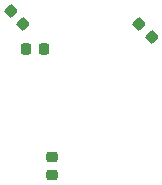
<source format=gbr>
%TF.GenerationSoftware,KiCad,Pcbnew,(6.0.5)*%
%TF.CreationDate,2023-02-09T13:46:23+02:00*%
%TF.ProjectId,minifp,6d696e69-6670-42e6-9b69-6361645f7063,rev?*%
%TF.SameCoordinates,Original*%
%TF.FileFunction,Paste,Bot*%
%TF.FilePolarity,Positive*%
%FSLAX46Y46*%
G04 Gerber Fmt 4.6, Leading zero omitted, Abs format (unit mm)*
G04 Created by KiCad (PCBNEW (6.0.5)) date 2023-02-09 13:46:23*
%MOMM*%
%LPD*%
G01*
G04 APERTURE LIST*
G04 Aperture macros list*
%AMRoundRect*
0 Rectangle with rounded corners*
0 $1 Rounding radius*
0 $2 $3 $4 $5 $6 $7 $8 $9 X,Y pos of 4 corners*
0 Add a 4 corners polygon primitive as box body*
4,1,4,$2,$3,$4,$5,$6,$7,$8,$9,$2,$3,0*
0 Add four circle primitives for the rounded corners*
1,1,$1+$1,$2,$3*
1,1,$1+$1,$4,$5*
1,1,$1+$1,$6,$7*
1,1,$1+$1,$8,$9*
0 Add four rect primitives between the rounded corners*
20,1,$1+$1,$2,$3,$4,$5,0*
20,1,$1+$1,$4,$5,$6,$7,0*
20,1,$1+$1,$6,$7,$8,$9,0*
20,1,$1+$1,$8,$9,$2,$3,0*%
G04 Aperture macros list end*
%ADD10RoundRect,0.225000X-0.250000X0.225000X-0.250000X-0.225000X0.250000X-0.225000X0.250000X0.225000X0*%
%ADD11RoundRect,0.225000X-0.335876X-0.017678X-0.017678X-0.335876X0.335876X0.017678X0.017678X0.335876X0*%
%ADD12RoundRect,0.225000X0.225000X0.250000X-0.225000X0.250000X-0.225000X-0.250000X0.225000X-0.250000X0*%
G04 APERTURE END LIST*
D10*
%TO.C,C901*%
X163300000Y-118475000D03*
X163300000Y-116925000D03*
%TD*%
D11*
%TO.C,C904*%
X170651992Y-105651992D03*
X171748008Y-106748008D03*
%TD*%
%TO.C,C903*%
X159751992Y-104551992D03*
X160848008Y-105648008D03*
%TD*%
D12*
%TO.C,C902*%
X162575000Y-107800000D03*
X161025000Y-107800000D03*
%TD*%
M02*

</source>
